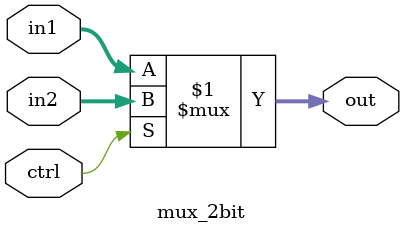
<source format=v>
module mux_2bit(in1,in2,ctrl,out);
	input [1:0] in1, in2;
	input ctrl;
	output [1:0] out;
	
	assign out = ctrl ? in2 : in1;
endmodule
</source>
